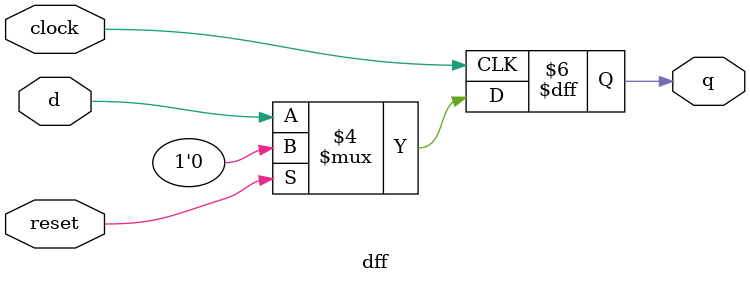
<source format=v>
module dff(
    input d,
    input reset,
    input clock,
    output reg q
    );
    always @(posedge clock)
        begin
          if (reset==1'b1) 
             q <=0; 
          else
            q <= d;
        end
endmodule

</source>
